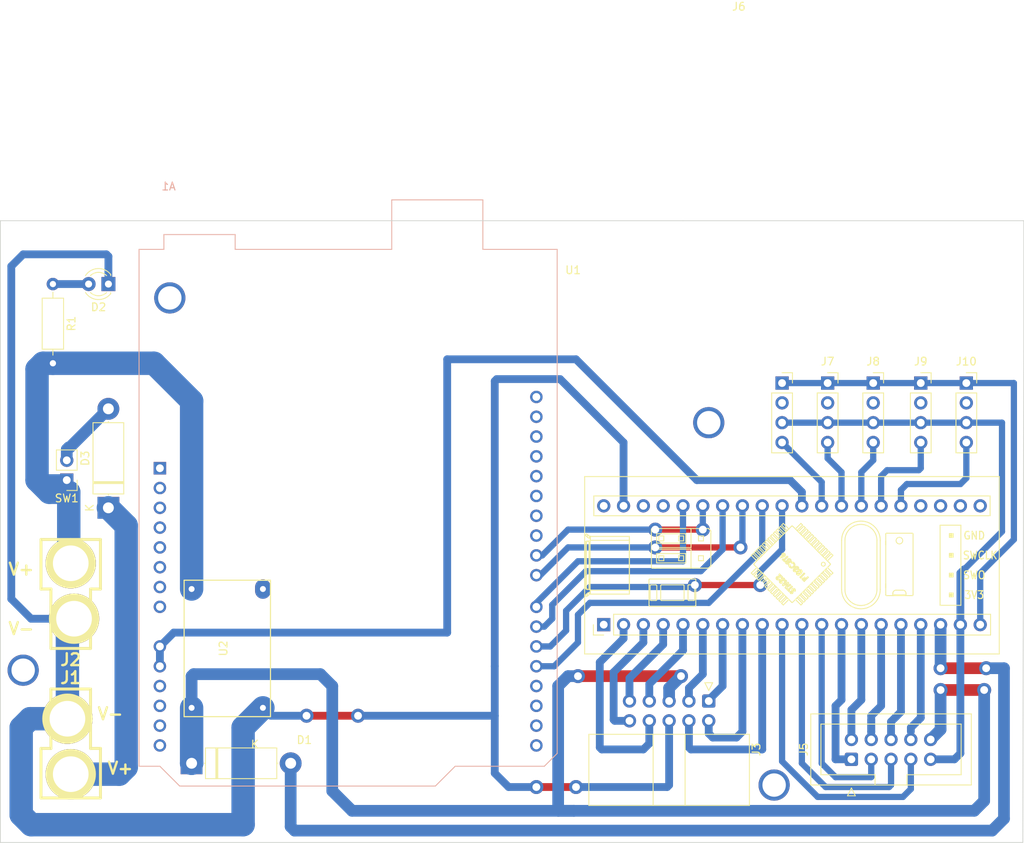
<source format=kicad_pcb>
(kicad_pcb (version 20221018) (generator pcbnew)
  (layers (0 "F.Cu" signal) (31 "B.Cu" signal) (34 "B.Paste" user) (35 "F.Paste" user) (36 "B.SilkS" user "B.Silkscreen") (37 "F.SilkS" user "F.Silkscreen") (38 "B.Mask" user) (39 "F.Mask" user) (44 "Edge.Cuts" user))
  (net 0 "")
  (net 9 "/EN1")
  (net 10 "/C1")
  (net 11 "/C2")
  (net 18 "/INB1")
  (net 19 "/PWM1")
  (net 20 "/PWM2")
  (net 21 "/INA1")
  (net 22 "/INA2")
  (net 23 "/INB2")
  (net 32 "/5v")
  (net 33 "GND")
  (net 34 "Net-(D1-K)")
  (net 35 "/VCC")
  (net 36 "Net-(D2-A)")
  (net 37 "/VIN")
  (net 38 "/S2")
  (net 39 "/S3")
  (net 40 "/S1")
  (net 41 "/S4")
  (net 42 "/S5")
  (net 43 "/S8")
  (net 44 "/S6")
  (net 45 "/S7")
  (net 46 "/B1")
  (net 47 "/L1")
  (net 48 "/B2")
  (net 49 "/L2")
  (net 50 "/B3")
  (net 51 "/L3")
  (net 52 "/B4")
  (net 53 "/L4")
  (net 54 "/3,3v")
  (net 55 "Net-(D3-K)")
  (net 56 "/P1")
  (net 57 "/P2")
  (net 59 "/P3")
  (net 61 "/P4")
  (net 62 "/P5")
  (footprint "Connector_PinHeader_2.54mm:PinHeader_1x02_P2.54mm_Vertical" (layer "F.Cu") (at 57.15 76.962 180)
    (fp_text reference "SW1" (at 0 -2.33) (layer "F.SilkS"))
    (fp_text value "SW_DPDT_x2")
    (pad "1" thru_hole rect (at 0 0 180) (size 1.7 1.7) (drill 1) (layers "*.Cu" "*.Mask") (net 37 "/VIN"))
    (pad "2" thru_hole oval (at 0 2.54 180) (size 1.7 1.7) (drill 1) (layers "*.Cu" "*.Mask") (net 55 "Net-(D3-K)"))
  )
  (footprint "Diode_THT:D_5W_P12.70mm_Horizontal" (layer "F.Cu") (at 62.484 80.518 90)
    (fp_text reference "D3" (at 6.35 -2.97 90) (layer "F.SilkS"))
    (fp_text value "type=\"D\" model=\"DIODE\" lib=\"\"")
    (fp_text user "K" (at 0 -2.4 90) (layer "F.SilkS"))
    (pad "1" thru_hole rect (at 0 0 90) (size 2.8 2.8) (drill 1.4) (layers "*.Cu" "*.Mask") (net 35 "/VCC"))
    (pad "2" thru_hole oval (at 12.7 0 90) (size 2.8 2.8) (drill 1.4) (layers "*.Cu" "*.Mask") (net 55 "Net-(D3-K)"))
  )
  (footprint "" (layer "F.Cu") (at 139.446 69.596)
    (fp_text reference "" (at 0 0) (layer "F.SilkS") (effects (font (size 1.27 1.27))))
    (fp_text value "" (at 0 0) (layer "F.SilkS") (effects (font (size 1.27 1.27))))
    (pad "1" thru_hole circle (at 0 0) (size 4 4) (drill 3) (layers "*.Cu" "*.Mask"))
  )
  (footprint "Connector_IDC:IDC-Header_2x05_P2.54mm_Vertical" (layer "F.Cu") (at 157.734 112.776 90)
    (fp_text reference "J5" (at 1.27 -6.1 90) (layer "F.SilkS"))
    (fp_text value "Control Botones")
    (pad "1" thru_hole roundrect (at 0 0 90) (size 1.7 1.7) (drill 1) (layers "*.Cu" "*.Mask") (roundrect_rratio 0.147059) (net 46 "/B1"))
    (pad "2" thru_hole circle (at 2.54 0 90) (size 1.7 1.7) (drill 1) (layers "*.Cu" "*.Mask") (net 47 "/L1"))
    (pad "3" thru_hole circle (at 0 2.54 90) (size 1.7 1.7) (drill 1) (layers "*.Cu" "*.Mask") (net 48 "/B2"))
    (pad "4" thru_hole circle (at 2.54 2.54 90) (size 1.7 1.7) (drill 1) (layers "*.Cu" "*.Mask") (net 49 "/L2"))
    (pad "5" thru_hole circle (at 0 5.08 90) (size 1.7 1.7) (drill 1) (layers "*.Cu" "*.Mask") (net 50 "/B3"))
    (pad "6" thru_hole circle (at 2.54 5.08 90) (size 1.7 1.7) (drill 1) (layers "*.Cu" "*.Mask") (net 51 "/L3"))
    (pad "7" thru_hole circle (at 0 7.62 90) (size 1.7 1.7) (drill 1) (layers "*.Cu" "*.Mask") (net 52 "/B4"))
    (pad "8" thru_hole circle (at 2.54 7.62 90) (size 1.7 1.7) (drill 1) (layers "*.Cu" "*.Mask") (net 53 "/L4"))
    (pad "9" thru_hole circle (at 0 10.16 90) (size 1.7 1.7) (drill 1) (layers "*.Cu" "*.Mask") (net 33 "GND"))
    (pad "10" thru_hole circle (at 2.54 10.16 90) (size 1.7 1.7) (drill 1) (layers "*.Cu" "*.Mask") (net 32 "/5v"))
  )
  (footprint "Diode_THT:D_5W_P12.70mm_Horizontal" (layer "F.Cu") (at 73.152 113.284)
    (fp_text reference "D1" (at 14.4526 -2.98778) (layer "F.SilkS"))
    (fp_text value "type=\"D\" model=\"DIODE\" lib=\"\"")
    (fp_text user "K" (at 8.1026 -2.41778) (layer "F.SilkS"))
    (pad "1" thru_hole rect (at 0 0) (size 2.8 2.8) (drill 1.4) (layers "*.Cu" "*.Mask") (net 32 "/5v"))
    (pad "2" thru_hole oval (at 12.7 0) (size 2.8 2.8) (drill 1.4) (layers "*.Cu" "*.Mask") (net 34 "Net-(D1-K)"))
  )
  (footprint "Connector_IDC:IDC-Header_2x05_P2.54mm_Horizontal" (layer "F.Cu") (at 139.446 105.3005 -90)
    (fp_text reference "J3" (at 6.215 -6.1 90) (layer "F.SilkS"))
    (fp_text value "Control Sensores")
    (pad "1" thru_hole roundrect (at 0 0 270) (size 1.7 1.7) (drill 1) (layers "*.Cu" "*.Mask") (roundrect_rratio 0.147059) (net 41 "/S4"))
    (pad "2" thru_hole circle (at 2.54 0 270) (size 1.7 1.7) (drill 1) (layers "*.Cu" "*.Mask") (net 43 "/S8"))
    (pad "3" thru_hole circle (at 0 2.54 270) (size 1.7 1.7) (drill 1) (layers "*.Cu" "*.Mask") (net 39 "/S3"))
    (pad "4" thru_hole circle (at 2.54 2.54 270) (size 1.7 1.7) (drill 1) (layers "*.Cu" "*.Mask") (net 45 "/S7"))
    (pad "5" thru_hole circle (at 0 5.08 270) (size 1.7 1.7) (drill 1) (layers "*.Cu" "*.Mask") (net 32 "/5v"))
    (pad "6" thru_hole circle (at 2.54 5.08 270) (size 1.7 1.7) (drill 1) (layers "*.Cu" "*.Mask") (net 33 "GND"))
    (pad "7" thru_hole circle (at 0 7.62 270) (size 1.7 1.7) (drill 1) (layers "*.Cu" "*.Mask") (net 38 "/S2"))
    (pad "8" thru_hole circle (at 2.54 7.62 270) (size 1.7 1.7) (drill 1) (layers "*.Cu" "*.Mask") (net 44 "/S6"))
    (pad "9" thru_hole circle (at 0 10.16 270) (size 1.7 1.7) (drill 1) (layers "*.Cu" "*.Mask") (net 40 "/S1"))
    (pad "10" thru_hole circle (at 2.54 10.16 270) (size 1.7 1.7) (drill 1) (layers "*.Cu" "*.Mask") (net 42 "/S5"))
  )
  (footprint "Connector_PinSocket_2.54mm:PinSocket_1x04_P2.54mm_Vertical" (layer "F.Cu") (at 148.844 64.516)
    (fp_text reference "J6" (at -5.5372 -48.2868) (layer "F.SilkS"))
    (fp_text value "Conn_01x04_Male")
    (pad "1" thru_hole rect (at 0 0) (size 1.7 1.7) (drill 1) (layers "*.Cu" "*.Mask") (net 54 "/3,3v"))
    (pad "2" thru_hole oval (at 0 2.54) (size 1.7 1.7) (drill 1) (layers "*.Cu" "*.Mask"))
    (pad "3" thru_hole oval (at 0 5.08) (size 1.7 1.7) (drill 1) (layers "*.Cu" "*.Mask") (net 33 "GND"))
    (pad "4" thru_hole oval (at 0 7.62) (size 1.7 1.7) (drill 1) (layers "*.Cu" "*.Mask") (net 56 "/P1"))
  )
  (footprint "Footprints:YAAJ_BluePill_1" (layer "F.Cu") (at 125.984 95.504 90)
    (fp_text reference "U1" (at 45.4752 -3.9286 180) (layer "F.SilkS"))
    (fp_text value "YAAJ_BluePill_Part_Like_SWD_Breakout" hide)
    (fp_text user "GND" (at 11.43 47.498 unlocked) (layer "F.SilkS") (effects (font (size 1 0.9))))
    (fp_text user "SWO" (at 6.35 47.498 unlocked) (layer "F.SilkS") (effects (font (size 1 0.9))))
    (fp_text user "3V3" (at 3.81 47.498 unlocked) (layer "F.SilkS") (effects (font (size 1 0.9))))
    (fp_text user "SWCLK" (at 8.89 48.26 unlocked) (layer "F.SilkS") (effects (font (size 1 0.9))))
    (pad "1" thru_hole rect (at 0 0 90) (size 1.7 1.7) (drill 1) (layers "*.Cu" "*.Mask"))
    (pad "2" thru_hole circle (at 0 2.54 90) (size 1.7 1.7) (drill 1) (layers "*.Cu" "*.Mask") (net 44 "/S6"))
    (pad "3" thru_hole circle (at 0 5.08 90) (size 1.7 1.7) (drill 1) (layers "*.Cu" "*.Mask") (net 42 "/S5"))
    (pad "4" thru_hole circle (at 0 7.62 90) (size 1.7 1.7) (drill 1) (layers "*.Cu" "*.Mask") (net 40 "/S1"))
    (pad "5" thru_hole circle (at 0 10.16 90) (size 1.7 1.7) (drill 1) (layers "*.Cu" "*.Mask") (net 38 "/S2"))
    (pad "6" thru_hole circle (at 0 12.7 90) (size 1.7 1.7) (drill 1) (layers "*.Cu" "*.Mask") (net 39 "/S3"))
    (pad "7" thru_hole circle (at 0 15.24 90) (size 1.7 1.7) (drill 1) (layers "*.Cu" "*.Mask") (net 41 "/S4"))
    (pad "8" thru_hole circle (at 0 17.78 90) (size 1.7 1.7) (drill 1) (layers "*.Cu" "*.Mask") (net 43 "/S8"))
    (pad "9" thru_hole circle (at 0 20.32 90) (size 1.7 1.7) (drill 1) (layers "*.Cu" "*.Mask") (net 45 "/S7"))
    (pad "10" thru_hole circle (at 0 22.86 90) (size 1.7 1.7) (drill 1) (layers "*.Cu" "*.Mask") (net 52 "/B4"))
    (pad "11" thru_hole circle (at 0 25.4 90) (size 1.7 1.7) (drill 1) (layers "*.Cu" "*.Mask") (net 50 "/B3"))
    (pad "12" thru_hole circle (at 0 27.94 90) (size 1.7 1.7) (drill 1) (layers "*.Cu" "*.Mask") (net 48 "/B2"))
    (pad "13" thru_hole circle (at 0 30.48 90) (size 1.7 1.7) (drill 1) (layers "*.Cu" "*.Mask") (net 46 "/B1"))
    (pad "14" thru_hole circle (at 0 33.02 90) (size 1.7 1.7) (drill 1) (layers "*.Cu" "*.Mask") (net 47 "/L1"))
    (pad "15" thru_hole circle (at 0 35.56 90) (size 1.7 1.7) (drill 1) (layers "*.Cu" "*.Mask") (net 49 "/L2"))
    (pad "16" thru_hole circle (at 0 38.1 90) (size 1.7 1.7) (drill 1) (layers "*.Cu" "*.Mask") (net 51 "/L3"))
    (pad "17" thru_hole circle (at 0 40.64 90) (size 1.7 1.7) (drill 1) (layers "*.Cu" "*.Mask") (net 53 "/L4"))
    (pad "18" thru_hole circle (at 0 43.18 90) (size 1.7 1.7) (drill 1) (layers "*.Cu" "*.Mask") (net 34 "Net-(D1-K)"))
    (pad "19" thru_hole circle (at 0 45.72 90) (size 1.7 1.7) (drill 1) (layers "*.Cu" "*.Mask") (net 33 "GND"))
    (pad "20" thru_hole circle (at 0 48.26 90) (size 1.7 1.7) (drill 1) (layers "*.Cu" "*.Mask") (net 54 "/3,3v"))
    (pad "21" thru_hole circle (at 15.24 48.26 90) (size 1.7 1.7) (drill 1) (layers "*.Cu" "*.Mask"))
    (pad "22" thru_hole circle (at 15.24 45.72 90) (size 1.7 1.7) (drill 1) (layers "*.Cu" "*.Mask"))
    (pad "23" thru_hole circle (at 15.24 43.18 90) (size 1.7 1.7) (drill 1) (layers "*.Cu" "*.Mask"))
    (pad "24" thru_hole circle (at 15.24 40.64 90) (size 1.7 1.7) (drill 1) (layers "*.Cu" "*.Mask"))
    (pad "25" thru_hole circle (at 15.24 38.1 90) (size 1.7 1.7) (drill 1) (layers "*.Cu" "*.Mask") (net 62 "/P5"))
    (pad "26" thru_hole circle (at 15.24 35.56 90) (size 1.7 1.7) (drill 1) (layers "*.Cu" "*.Mask") (net 61 "/P4"))
    (pad "27" thru_hole circle (at 15.24 33.02 90) (size 1.7 1.7) (drill 1) (layers "*.Cu" "*.Mask") (net 59 "/P3"))
    (pad "28" thru_hole circle (at 15.24 30.48 90) (size 1.7 1.7) (drill 1) (layers "*.Cu" "*.Mask") (net 57 "/P2"))
    (pad "29" thru_hole circle (at 15.24 27.94 90) (size 1.7 1.7) (drill 1) (layers "*.Cu" "*.Mask") (net 56 "/P1"))
    (pad "30" thru_hole circle (at 15.24 25.4 90) (size 1.7 1.7) (drill 1) (layers "*.Cu" "*.Mask") (net 9 "/EN1"))
    (pad "31" thru_hole circle (at 15.24 22.86 90) (size 1.7 1.7) (drill 1) (layers "*.Cu" "*.Mask") (net 19 "/PWM1"))
    (pad "32" thru_hole circle (at 15.24 20.32 90) (size 1.7 1.7) (drill 1) (layers "*.Cu" "*.Mask") (net 18 "/INB1"))
    (pad "33" thru_hole circle (at 15.24 17.78 90) (size 1.7 1.7) (drill 1) (layers "*.Cu" "*.Mask") (net 22 "/INA2"))
    (pad "34" thru_hole circle (at 15.24 15.24 90) (size 1.7 1.7) (drill 1) (layers "*.Cu" "*.Mask") (net 20 "/PWM2"))
    (pad "35" thru_hole circle (at 15.24 12.7 90) (size 1.7 1.7) (drill 1) (layers "*.Cu" "*.Mask") (net 23 "/INB2"))
    (pad "36" thru_hole circle (at 15.24 10.16 90) (size 1.7 1.7) (drill 1) (layers "*.Cu" "*.Mask") (net 21 "/INA1"))
    (pad "37" thru_hole circle (at 15.24 7.62 90) (size 1.7 1.7) (drill 1) (layers "*.Cu" "*.Mask"))
    (pad "38" thru_hole circle (at 15.24 5.08 90) (size 1.7 1.7) (drill 1) (layers "*.Cu" "*.Mask") (net 54 "/3,3v"))
    (pad "39" thru_hole circle (at 15.24 2.54 90) (size 1.7 1.7) (drill 1) (layers "*.Cu" "*.Mask") (net 33 "GND"))
    (pad "40" thru_hole circle (at 15.24 0 90) (size 1.7 1.7) (drill 1) (layers "*.Cu" "*.Mask") (net 33 "GND"))
  )
  (footprint "Connector_PinSocket_2.54mm:PinSocket_1x04_P2.54mm_Vertical" (layer "F.Cu") (at 154.686 64.516)
    (fp_text reference "J7" (at 0 -2.77) (layer "F.SilkS"))
    (fp_text value "Conn_01x04_Male")
    (pad "1" thru_hole rect (at 0 0) (size 1.7 1.7) (drill 1) (layers "*.Cu" "*.Mask") (net 54 "/3,3v"))
    (pad "2" thru_hole oval (at 0 2.54) (size 1.7 1.7) (drill 1) (layers "*.Cu" "*.Mask"))
    (pad "3" thru_hole oval (at 0 5.08) (size 1.7 1.7) (drill 1) (layers "*.Cu" "*.Mask") (net 33 "GND"))
    (pad "4" thru_hole oval (at 0 7.62) (size 1.7 1.7) (drill 1) (layers "*.Cu" "*.Mask") (net 57 "/P2"))
  )
  (footprint "Connector_PinSocket_2.54mm:PinSocket_1x04_P2.54mm_Vertical" (layer "F.Cu") (at 160.528 64.516)
    (fp_text reference "J8" (at 0 -2.77) (layer "F.SilkS"))
    (fp_text value "Conn_01x04_Male")
    (pad "1" thru_hole rect (at 0 0) (size 1.7 1.7) (drill 1) (layers "*.Cu" "*.Mask") (net 54 "/3,3v"))
    (pad "2" thru_hole oval (at 0 2.54) (size 1.7 1.7) (drill 1) (layers "*.Cu" "*.Mask"))
    (pad "3" thru_hole oval (at 0 5.08) (size 1.7 1.7) (drill 1) (layers "*.Cu" "*.Mask") (net 33 "GND"))
    (pad "4" thru_hole oval (at 0 7.62) (size 1.7 1.7) (drill 1) (layers "*.Cu" "*.Mask") (net 59 "/P3"))
  )
  (footprint "Connectors:DEANS" (layer "F.Cu") (at 57.658 92.202)
    (fp_text reference "J2" (at 0 7.8) (layer "F.SilkS") (effects (font (size 1.524 1.524) (thickness 0.3048))))
    (fp_text value "MOTORES" hide)
    (fp_text user "V+" (at -6.35 -3.81) (layer "F.SilkS") (effects (font (size 1.524 1.524) (thickness 0.3048))))
    (fp_text user "V-" (at -6.35 3.81) (layer "F.SilkS") (effects (font (size 1.524 1.524) (thickness 0.3048))))
    (pad "1" thru_hole circle (at 0 -4.572) (size 6.4516 6.4516) (drill 4.572) (layers "*.Cu" "*.Mask" "F.SilkS") (net 37 "/VIN"))
    (pad "2" thru_hole circle (at 0.42418 2.54) (size 6.4516 6.4516) (drill 4.572) (layers "*.Cu" "*.Mask" "F.SilkS") (net 33 "GND"))
  )
  (footprint "" (layer "F.Cu") (at 51.562 101.346)
    (fp_text reference "" (at 0 0) (layer "F.SilkS") (effects (font (size 1.27 1.27))))
    (fp_text value "" (at 0 0) (layer "F.SilkS") (effects (font (size 1.27 1.27))))
    (pad "1" thru_hole circle (at 0 0) (size 4 4) (drill 3) (layers "*.Cu" "*.Mask"))
  )
  (footprint "Mini360_step-down:Mini360_step-down" (layer "F.Cu") (at 77.724 98.552 -90)
    (fp_text reference "U2" (at 0 0.5 90) (layer "F.SilkS"))
    (fp_text value "Mini360")
    (pad "1" thru_hole oval (at -7.62 -4.57 270) (size 2.5 2) (drill 0.762) (layers "*.Cu" "*.Mask") (net 33 "GND"))
    (pad "2" thru_hole oval (at -7.62 4.57 270) (size 2.5 2) (drill 0.762) (layers "*.Cu" "*.Mask") (net 37 "/VIN"))
    (pad "3" thru_hole oval (at 7.62 -4.57 270) (size 2.5 2) (drill 0.762) (layers "*.Cu" "*.Mask") (net 33 "GND"))
    (pad "4" thru_hole oval (at 7.62 4.57 270) (size 2.5 2) (drill 0.762) (layers "*.Cu" "*.Mask") (net 32 "/5v"))
  )
  (footprint "Resistor_THT:R_Axial_DIN0207_L6.3mm_D2.5mm_P10.16mm_Horizontal" (layer "F.Cu") (at 55.372 51.816 -90)
    (fp_text reference "R1" (at 5.08 -2.37 90) (layer "F.SilkS"))
    (fp_text value "R")
    (pad "1" thru_hole circle (at 0 0 270) (size 1.6 1.6) (drill 0.8) (layers "*.Cu" "*.Mask") (net 36 "Net-(D2-A)"))
    (pad "2" thru_hole oval (at 10.16 0 270) (size 1.6 1.6) (drill 0.8) (layers "*.Cu" "*.Mask") (net 37 "/VIN"))
  )
  (footprint "Connector_PinSocket_2.54mm:PinSocket_1x04_P2.54mm_Vertical" (layer "F.Cu") (at 172.466 64.516)
    (fp_text reference "J10" (at 0 -2.77) (layer "F.SilkS"))
    (fp_text value "Conn_01x04_Male")
    (pad "1" thru_hole rect (at 0 0) (size 1.7 1.7) (drill 1) (layers "*.Cu" "*.Mask") (net 54 "/3,3v"))
    (pad "2" thru_hole oval (at 0 2.54) (size 1.7 1.7) (drill 1) (layers "*.Cu" "*.Mask"))
    (pad "3" thru_hole oval (at 0 5.08) (size 1.7 1.7) (drill 1) (layers "*.Cu" "*.Mask") (net 33 "GND"))
    (pad "4" thru_hole oval (at 0 7.62) (size 1.7 1.7) (drill 1) (layers "*.Cu" "*.Mask") (net 62 "/P5"))
  )
  (footprint "" (layer "F.Cu") (at 70.358 53.594)
    (fp_text reference "" (at 0 0) (layer "F.SilkS") (effects (font (size 1.27 1.27))))
    (fp_text value "" (at 0 0) (layer "F.SilkS") (effects (font (size 1.27 1.27))))
    (pad "1" thru_hole circle (at 0 0) (size 4 4) (drill 3) (layers "*.Cu" "*.Mask"))
  )
  (footprint "" (layer "F.Cu") (at 147.828 116.078)
    (fp_text reference "" (at 0 0) (layer "F.SilkS") (effects (font (size 1.27 1.27))))
    (fp_text value "" (at 0 0) (layer "F.SilkS") (effects (font (size 1.27 1.27))))
    (pad "1" thru_hole circle (at 0 0) (size 4 4) (drill 3) (layers "*.Cu" "*.Mask"))
  )
  (footprint "Connector_PinSocket_2.54mm:PinSocket_1x04_P2.54mm_Vertical" (layer "F.Cu") (at 166.624 64.516)
    (fp_text reference "J9" (at 0 -2.77) (layer "F.SilkS"))
    (fp_text value "Conn_01x04_Male")
    (pad "1" thru_hole rect (at 0 0) (size 1.7 1.7) (drill 1) (layers "*.Cu" "*.Mask") (net 54 "/3,3v"))
    (pad "2" thru_hole oval (at 0 2.54) (size 1.7 1.7) (drill 1) (layers "*.Cu" "*.Mask"))
    (pad "3" thru_hole oval (at 0 5.08) (size 1.7 1.7) (drill 1) (layers "*.Cu" "*.Mask") (net 33 "GND"))
    (pad "4" thru_hole oval (at 0 7.62) (size 1.7 1.7) (drill 1) (layers "*.Cu" "*.Mask") (net 61 "/P4"))
  )
  (footprint "Connectors:DEANS" (layer "F.Cu") (at 57.658 110.109 180)
    (fp_text reference "J1" (at 0 7.8) (layer "F.SilkS") (effects (font (size 1.524 1.524) (thickness 0.3048))))
    (fp_text value "BATERIA1" hide)
    (fp_text user "V-" (at -5.08 3.175) (layer "F.SilkS") (effects (font (size 1.524 1.524) (thickness 0.3048))))
    (fp_text user "V+" (at -6.35 -3.81) (layer "F.SilkS") (effects (font (size 1.524 1.524) (thickness 0.3048))))
    (pad "1" thru_hole circle (at 0 -4.572 180) (size 6.4516 6.4516) (drill 4.572) (layers "*.Cu" "*.Mask" "F.SilkS") (net 35 "/VCC"))
    (pad "2" thru_hole circle (at 0.42418 2.54 180) (size 6.4516 6.4516) (drill 4.572) (layers "*.Cu" "*.Mask" "F.SilkS") (net 33 "GND"))
  )
  (footprint "LED_THT:LED_D3.0mm" (layer "F.Cu") (at 62.489 51.816 180)
    (fp_text reference "D2" (at 1.27 -2.96) (layer "F.SilkS"))
    (fp_text value "LED")
    (pad "1" thru_hole rect (at 0 0 180) (size 1.8 1.8) (drill 0.9) (layers "*.Cu" "*.Mask") (net 33 "GND"))
    (pad "2" thru_hole circle (at 2.54 0 180) (size 1.8 1.8) (drill 0.9) (layers "*.Cu" "*.Mask") (net 36 "Net-(D2-A)"))
  )
  (footprint "Module:Arduino_UNO_R3" (layer "B.Cu") (at 69.088 75.438 -90)
    (fp_text reference "A1" (at -36.1442 -1.1176) (layer "B.SilkS") (effects (justify mirror)))
    (fp_text value "Arduino_UNO_R3")
    (pad "1" thru_hole rect (at 0 0 180) (size 1.6 1.6) (drill 1) (layers "*.Cu" "*.Mask"))
    (pad "2" thru_hole oval (at 2.54 0 180) (size 1.6 1.6) (drill 1) (layers "*.Cu" "*.Mask"))
    (pad "3" thru_hole oval (at 5.08 0 180) (size 1.6 1.6) (drill 1) (layers "*.Cu" "*.Mask"))
    (pad "4" thru_hole oval (at 7.62 0 180) (size 1.6 1.6) (drill 1) (layers "*.Cu" "*.Mask"))
    (pad "5" thru_hole oval (at 10.16 0 180) (size 1.6 1.6) (drill 1) (layers "*.Cu" "*.Mask"))
    (pad "6" thru_hole oval (at 12.7 0 180) (size 1.6 1.6) (drill 1) (layers "*.Cu" "*.Mask"))
    (pad "7" thru_hole oval (at 15.24 0 180) (size 1.6 1.6) (drill 1) (layers "*.Cu" "*.Mask"))
    (pad "8" thru_hole oval (at 17.78 0 180) (size 1.6 1.6) (drill 1) (layers "*.Cu" "*.Mask"))
    (pad "9" thru_hole oval (at 22.86 0 180) (size 1.6 1.6) (drill 1) (layers "*.Cu" "*.Mask") (net 9 "/EN1"))
    (pad "10" thru_hole oval (at 25.4 0 180) (size 1.6 1.6) (drill 1) (layers "*.Cu" "*.Mask") (net 9 "/EN1"))
    (pad "11" thru_hole oval (at 27.94 0 180) (size 1.6 1.6) (drill 1) (layers "*.Cu" "*.Mask") (net 10 "/C1"))
    (pad "12" thru_hole oval (at 30.48 0 180) (size 1.6 1.6) (drill 1) (layers "*.Cu" "*.Mask") (net 11 "/C2"))
    (pad "13" thru_hole oval (at 33.02 0 180) (size 1.6 1.6) (drill 1) (layers "*.Cu" "*.Mask"))
    (pad "14" thru_hole oval (at 35.56 0 180) (size 1.6 1.6) (drill 1) (layers "*.Cu" "*.Mask"))
    (pad "15" thru_hole oval (at 35.56 -48.26 180) (size 1.6 1.6) (drill 1) (layers "*.Cu" "*.Mask"))
    (pad "16" thru_hole oval (at 33.02 -48.26 180) (size 1.6 1.6) (drill 1) (layers "*.Cu" "*.Mask"))
    (pad "17" thru_hole oval (at 30.48 -48.26 180) (size 1.6 1.6) (drill 1) (layers "*.Cu" "*.Mask"))
    (pad "18" thru_hole oval (at 27.94 -48.26 180) (size 1.6 1.6) (drill 1) (layers "*.Cu" "*.Mask"))
    (pad "19" thru_hole oval (at 25.4 -48.26 180) (size 1.6 1.6) (drill 1) (layers "*.Cu" "*.Mask") (net 18 "/INB1"))
    (pad "20" thru_hole oval (at 22.86 -48.26 180) (size 1.6 1.6) (drill 1) (layers "*.Cu" "*.Mask") (net 19 "/PWM1"))
    (pad "21" thru_hole oval (at 20.32 -48.26 180) (size 1.6 1.6) (drill 1) (layers "*.Cu" "*.Mask") (net 20 "/PWM2"))
    (pad "22" thru_hole oval (at 17.78 -48.26 180) (size 1.6 1.6) (drill 1) (layers "*.Cu" "*.Mask") (net 21 "/INA1"))
    (pad "23" thru_hole oval (at 13.72 -48.26 180) (size 1.6 1.6) (drill 1) (layers "*.Cu" "*.Mask") (net 22 "/INA2"))
    (pad "24" thru_hole oval (at 11.18 -48.26 180) (size 1.6 1.6) (drill 1) (layers "*.Cu" "*.Mask") (net 23 "/INB2"))
    (pad "25" thru_hole oval (at 8.64 -48.26 180) (size 1.6 1.6) (drill 1) (layers "*.Cu" "*.Mask"))
    (pad "26" thru_hole oval (at 6.1 -48.26 180) (size 1.6 1.6) (drill 1) (layers "*.Cu" "*.Mask"))
    (pad "27" thru_hole oval (at 3.56 -48.26 180) (size 1.6 1.6) (drill 1) (layers "*.Cu" "*.Mask"))
    (pad "28" thru_hole oval (at 1.02 -48.26 180) (size 1.6 1.6) (drill 1) (layers "*.Cu" "*.Mask"))
    (pad "29" thru_hole oval (at -1.52 -48.26 180) (size 1.6 1.6) (drill 1) (layers "*.Cu" "*.Mask"))
    (pad "30" thru_hole oval (at -4.06 -48.26 180) (size 1.6 1.6) (drill 1) (layers "*.Cu" "*.Mask"))
    (pad "31" thru_hole oval (at -6.6 -48.26 180) (size 1.6 1.6) (drill 1) (layers "*.Cu" "*.Mask"))
    (pad "32" thru_hole oval (at -9.14 -48.26 180) (size 1.6 1.6) (drill 1) (layers "*.Cu" "*.Mask"))
  )
  (gr_line (start 179.705 123.444) (end 48.641 123.444) (stroke (width 0.1)) (layer "Edge.Cuts"))
  (gr_line (start 179.832 60.452) (end 179.832 43.688) (stroke (width 0.1)) (layer "Edge.Cuts"))
  (gr_line (start 179.832 60.452) (end 179.705 123.444) (stroke (width 0.1)) (layer "Edge.Cuts"))
  (gr_line (start 48.641 43.688) (end 136.144 43.688) (stroke (width 0.1)) (layer "Edge.Cuts"))
  (gr_line (start 136.144 43.688) (end 179.832 43.688) (stroke (width 0.1)) (layer "Edge.Cuts"))
  (gr_line (start 48.641 123.444) (end 48.641 43.688) (stroke (width 0.1)) (layer "Edge.Cuts"))
  (segment (start 105.918 61.468) (end 122.428 61.468) (width 1) (layer "B.Cu") (net 9))
  (segment (start 122.428 61.468) (end 137.922 76.962) (width 1) (layer "B.Cu") (net 9))
  (segment (start 137.922 76.962) (end 149.86 76.962) (width 1) (layer "B.Cu") (net 9))
  (segment (start 105.918 96.52) (end 105.918 61.468) (width 1) (layer "B.Cu") (net 9))
  (segment (start 69.088 98.298) (end 70.866 96.52) (width 1) (layer "B.Cu") (net 9))
  (segment (start 151.384 78.486) (end 151.384 80.264) (width 1) (layer "B.Cu") (net 9))
  (segment (start 149.86 76.962) (end 151.384 78.486) (width 1) (layer "B.Cu") (net 9))
  (segment (start 69.088 100.838) (end 69.088 98.298) (width 1) (layer "B.Cu") (net 9))
  (segment (start 70.866 96.52) (end 105.918 96.52) (width 1) (layer "B.Cu") (net 9))
  (segment (start 124.206 92.71) (end 139.446 92.71) (width 0.8) (layer "B.Cu") (net 18))
  (segment (start 119.634 100.838) (end 122.682 97.79) (width 0.8) (layer "B.Cu") (net 18))
  (segment (start 117.348 100.838) (end 119.634 100.838) (width 0.8) (layer "B.Cu") (net 18))
  (segment (start 139.446 92.71) (end 146.304 85.852) (width 0.8) (layer "B.Cu") (net 18))
  (segment (start 146.304 85.852) (end 146.304 80.264) (width 0.8) (layer "B.Cu") (net 18))
  (segment (start 122.682 97.79) (end 122.682 94.234) (width 0.8) (layer "B.Cu") (net 18))
  (segment (start 122.682 94.234) (end 124.206 92.71) (width 0.8) (layer "B.Cu") (net 18))
  (segment (start 137.668 90.424) (end 146.05 90.424) (width 0.8) (layer "F.Cu") (net 19))
  (via (at 137.668 90.424) (size 1.8) (drill 1) (layers "F.Cu" "B.Cu") (net 19))
  (via (at 146.05 90.424) (size 1.8) (drill 1) (layers "F.Cu" "B.Cu") (net 19))
  (segment (start 146.05 88.646) (end 148.844 85.852) (width 0.8) (layer "B.Cu") (net 19))
  (segment (start 121.158 96.266) (end 119.126 98.298) (width 0.8) (layer "B.Cu") (net 19))
  (segment (start 137.414 90.678) (end 124.206 90.678) (width 0.8) (layer "B.Cu") (net 19))
  (segment (start 146.05 90.424) (end 146.05 88.646) (width 0.8) (layer "B.Cu") (net 19))
  (segment (start 121.158 93.726) (end 121.158 96.266) (width 0.8) (layer "B.Cu") (net 19))
  (segment (start 124.206 90.678) (end 121.158 93.726) (width 0.8) (layer "B.Cu") (net 19))
  (segment (start 137.668 90.424) (end 137.414 90.678) (width 0.8) (layer "B.Cu") (net 19))
  (segment (start 119.126 98.298) (end 117.348 98.298) (width 0.8) (layer "B.Cu") (net 19))
  (segment (start 148.844 85.852) (end 148.844 80.264) (width 0.8) (layer "B.Cu") (net 19))
  (segment (start 119.38 94.742) (end 119.38 92.964) (width 0.8) (layer "B.Cu") (net 20))
  (segment (start 118.364 95.758) (end 119.38 94.742) (width 0.8) (layer "B.Cu") (net 20))
  (segment (start 119.38 92.964) (end 123.698 88.646) (width 0.8) (layer "B.Cu") (net 20))
  (segment (start 123.698 88.646) (end 138.43 88.646) (width 0.8) (layer "B.Cu") (net 20))
  (segment (start 141.224 85.852) (end 141.224 80.264) (width 0.8) (layer "B.Cu") (net 20))
  (segment (start 117.348 95.758) (end 118.364 95.758) (width 0.8) (layer "B.Cu") (net 20))
  (segment (start 138.43 88.646) (end 141.224 85.852) (width 0.8) (layer "B.Cu") (net 20))
  (segment (start 117.348 93.218) (end 117.348 92.71) (width 0.8) (layer "B.Cu") (net 21))
  (segment (start 136.144 87.376) (end 136.144 80.264) (width 0.8) (layer "B.Cu") (net 21))
  (segment (start 122.682 87.376) (end 136.144 87.376) (width 0.8) (layer "B.Cu") (net 21))
  (segment (start 117.348 92.71) (end 122.682 87.376) (width 0.8) (layer "B.Cu") (net 21))
  (segment (start 143.51 85.598) (end 132.588 85.598) (width 0.8) (layer "F.Cu") (net 22))
  (via (at 132.588 85.598) (size 1.8) (drill 1) (layers "F.Cu" "B.Cu") (net 22))
  (via (at 143.51 85.598) (size 1.8) (drill 1) (layers "F.Cu" "B.Cu") (net 22))
  (segment (start 117.852 89.158) (end 117.348 89.158) (width 0.8) (layer "B.Cu") (net 22))
  (segment (start 143.764 85.344) (end 143.764 80.264) (width 0.8) (layer "B.Cu") (net 22))
  (segment (start 143.51 85.598) (end 143.764 85.344) (width 0.8) (layer "B.Cu") (net 22))
  (segment (start 121.412 85.598) (end 117.852 89.158) (width 0.8) (layer "B.Cu") (net 22))
  (segment (start 132.588 85.598) (end 121.412 85.598) (width 0.8) (layer "B.Cu") (net 22))
  (segment (start 138.684 83.312) (end 132.588 83.312) (width 0.8) (layer "F.Cu") (net 23))
  (via (at 132.588 83.312) (size 1.8) (drill 1) (layers "F.Cu" "B.Cu") (net 23))
  (via (at 138.684 83.312) (size 1.8) (drill 1) (layers "F.Cu" "B.Cu") (net 23))
  (segment (start 118.106 86.618) (end 117.348 86.618) (width 0.8) (layer "B.Cu") (net 23))
  (segment (start 138.684 83.312) (end 138.684 80.264) (width 0.8) (layer "B.Cu") (net 23))
  (segment (start 132.588 83.312) (end 121.412 83.312) (width 0.8) (layer "B.Cu") (net 23))
  (segment (start 121.412 83.312) (end 118.106 86.618) (width 0.8) (layer "B.Cu") (net 23))
  (segment (start 122.682 102.108) (end 135.89 102.108) (width 1.5) (layer "F.Cu") (net 32))
  (segment (start 169.164 103.886) (end 174.752 103.886) (width 1.5) (layer "F.Cu") (net 32))
  (via (at 122.682 102.108) (size 1.8) (drill 1) (layers "F.Cu" "B.Cu") (net 32))
  (via (at 169.164 103.886) (size 1.8) (drill 1) (layers "F.Cu" "B.Cu") (net 32))
  (via (at 135.89 102.108) (size 1.8) (drill 1) (layers "F.Cu" "B.Cu") (net 32))
  (via (at 174.752 103.886) (size 1.8) (drill 1) (layers "F.Cu" "B.Cu") (net 32))
  (segment (start 167.894 110.236) (end 169.164 108.966) (width 1.5) (layer "B.Cu") (net 32))
  (segment (start 173.482 119.38) (end 122.174 119.38) (width 1.5) (layer "B.Cu") (net 32))
  (segment (start 73.154 102.106) (end 73.154 106.172) (width 1.5) (layer "B.Cu") (net 32))
  (segment (start 91.186 103.378) (end 89.662 101.854) (width 1.5) (layer "B.Cu") (net 32))
  (segment (start 93.726 119.38) (end 91.186 116.84) (width 1.5) (layer "B.Cu") (net 32))
  (segment (start 120.142 119.38) (end 120.142 103.378) (width 1.5) (layer "B.Cu") (net 32))
  (segment (start 73.154 113.282) (end 73.152 113.284) (width 3) (layer "B.Cu") (net 32))
  (segment (start 121.412 102.108) (end 122.682 102.108) (width 1.5) (layer "B.Cu") (net 32))
  (segment (start 122.174 119.38) (end 120.142 119.38) (width 1.5) (layer "B.Cu") (net 32))
  (segment (start 89.662 101.854) (end 73.406 101.854) (width 1.5) (layer "B.Cu") (net 32))
  (segment (start 174.752 118.11) (end 173.482 119.38) (width 1.5) (layer "B.Cu") (net 32))
  (segment (start 169.164 108.966) (end 169.164 103.886) (width 1.5) (layer "B.Cu") (net 32))
  (segment (start 135.89 102.108) (end 134.366 103.632) (width 1.5) (layer "B.Cu") (net 32))
  (segment (start 91.186 116.84) (end 91.186 103.378) (width 1.5) (layer "B.Cu") (net 32))
  (segment (start 134.366 103.632) (end 134.366 105.3005) (width 1.5) (layer "B.Cu") (net 32))
  (segment (start 73.406 101.854) (end 73.154 102.106) (width 1.5) (layer "B.Cu") (net 32))
  (segment (start 120.142 103.378) (end 121.412 102.108) (width 1.5) (layer "B.Cu") (net 32))
  (segment (start 174.752 103.886) (end 174.752 118.11) (width 1.5) (layer "B.Cu") (net 32))
  (segment (start 122.174 119.38) (end 93.726 119.38) (width 1.5) (layer "B.Cu") (net 32))
  (segment (start 73.154 106.172) (end 73.154 113.282) (width 3) (layer "B.Cu") (net 32))
  (segment (start 87.884 107.188) (end 94.488 107.188) (width 1) (layer "F.Cu") (net 33))
  (segment (start 122.428 116.332) (end 117.348 116.332) (width 1) (layer "F.Cu") (net 33))
  (via (at 94.488 107.188) (size 1.8) (drill 1) (layers "F.Cu" "B.Cu") (net 33))
  (via (at 117.348 116.332) (size 1.8) (drill 1) (layers "F.Cu" "B.Cu") (net 33))
  (via (at 122.428 116.332) (size 1.8) (drill 1) (layers "F.Cu" "B.Cu") (net 33))
  (via (at 87.884 107.188) (size 1.8) (drill 1) (layers "F.Cu" "B.Cu") (net 33))
  (segment (start 120.396 64.008) (end 112.268 64.008) (width 1) (layer "B.Cu") (net 33))
  (segment (start 112.268 64.008) (end 112.014 64.262) (width 1) (layer "B.Cu") (net 33))
  (segment (start 62.489 51.816) (end 62.489 48.265) (width 1) (layer "B.Cu") (net 33))
  (segment (start 112.014 107.188) (end 94.488 107.188) (width 1) (layer "B.Cu") (net 33))
  (segment (start 112.014 64.262) (end 112.014 100.838) (width 1) (layer "B.Cu") (net 33))
  (segment (start 83.31 107.188) (end 82.294 106.172) (width 1) (layer "B.Cu") (net 33))
  (segment (start 177.038 83.566) (end 177.038 69.596) (width 0.8) (layer "B.Cu") (net 33))
  (segment (start 112.014 107.188) (end 112.014 114.554) (width 1) (layer "B.Cu") (net 33))
  (segment (start 171.704 95.504) (end 171.704 112.014) (width 1) (layer "B.Cu") (net 33))
  (segment (start 52.578 94.742) (end 58.08218 94.742) (width 1) (layer "B.Cu") (net 33))
  (segment (start 171.704 112.014) (end 170.942 112.776) (width 1) (layer "B.Cu") (net 33))
  (segment (start 50.038 49.53) (end 50.038 92.202) (width 1) (layer "B.Cu") (net 33))
  (segment (start 128.524 72.136) (end 120.396 64.008) (width 1) (layer "B.Cu") (net 33))
  (segment (start 50.038 92.202) (end 52.578 94.742) (width 1) (layer "B.Cu") (net 33))
  (segment (start 128.524 80.264) (end 128.524 72.136) (width 1) (layer "B.Cu") (net 33))
  (segment (start 51.308 119.888) (end 52.578 121.158) (width 3) (layer "B.Cu") (net 33))
  (segment (start 171.704 88.9) (end 172.212 88.392) (width 1) (layer "B.Cu") (net 33))
  (segment (start 87.884 107.188) (end 83.31 107.188) (width 1) (layer "B.Cu") (net 33))
  (segment (start 134.112 116.332) (end 134.366 116.078) (width 1) (layer "B.Cu") (net 33))
  (segment (start 112.014 114.554) (end 113.792 116.332) (width 1) (layer "B.Cu") (net 33))
  (segment (start 177.038 69.596) (end 172.466 69.596) (width 0.8) (layer "B.Cu") (net 33))
  (segment (start 171.704 95.504) (end 171.704 88.9) (width 1) (layer "B.Cu") (net 33))
  (segment (start 79.756 121.158) (end 79.756 108.71) (width 3) (layer "B.Cu") (net 33))
  (segment (start 170.942 112.776) (end 167.894 112.776) (width 1) (layer "B.Cu") (net 33))
  (segment (start 122.428 116.332) (end 134.112 116.332) (width 1) (layer "B.Cu") (net 33))
  (segment (start 57.23382 95.59036) (end 58.08218 94.742) (width 3) (layer "B.Cu") (net 33))
  (segment (start 51.562 48.006) (end 50.038 49.53) (width 1) (layer "B.Cu") (net 33))
  (segment (start 134.366 116.078) (end 134.366 107.8405) (width 1) (layer "B.Cu") (net 33))
  (segment (start 57.23382 107.569) (end 57.23382 95.59036) (width 3) (layer "B.Cu") (net 33))
  (segment (start 52.451 107.569) (end 51.308 108.712) (width 3) (layer "B.Cu") (net 33))
  (segment (start 51.308 108.712) (end 51.308 119.888) (width 3) (layer "B.Cu") (net 33))
  (segment (start 57.23382 107.569) (end 52.451 107.569) (width 3) (layer "B.Cu") (net 33))
  (segment (start 62.489 48.265) (end 62.23 48.006) (width 1) (layer "B.Cu") (net 33))
  (segment (start 172.466 69.596) (end 148.844 69.596) (width 0.8) (layer "B.Cu") (net 33))
  (segment (start 79.756 108.71) (end 82.294 106.172) (width 3) (layer "B.Cu") (net 33))
  (segment (start 112.014 100.838) (end 112.014 107.188) (width 1) (layer "B.Cu") (net 33))
  (segment (start 113.792 116.332) (end 117.348 116.332) (width 1) (layer "B.Cu") (net 33))
  (segment (start 52.578 121.158) (end 79.756 121.158) (width 3) (layer "B.Cu") (net 33))
  (segment (start 62.23 48.006) (end 51.562 48.006) (width 1) (layer "B.Cu") (net 33))
  (segment (start 172.212 88.392) (end 177.038 83.566) (width 0.8) (layer "B.Cu") (net 33))
  (segment (start 175.006 101.092) (end 169.164 101.092) (width 1.5) (layer "F.Cu") (net 34))
  (via (at 175.006 101.092) (size 1.8) (drill 1) (layers "F.Cu" "B.Cu") (net 34))
  (via (at 169.164 101.092) (size 1.8) (drill 1) (layers "F.Cu" "B.Cu") (net 34))
  (segment (start 175.006 101.092) (end 177.292 101.092) (width 1.5) (layer "B.Cu") (net 34))
  (segment (start 177.292 101.092) (end 177.292 120.396) (width 1.5) (layer "B.Cu") (net 34))
  (segment (start 177.292 120.396) (end 175.768 121.92) (width 1.5) (layer "B.Cu") (net 34))
  (segment (start 169.164 101.092) (end 169.164 95.504) (width 1.5) (layer "B.Cu") (net 34))
  (segment (start 175.768 121.92) (end 86.36 121.92) (width 1.5) (layer "B.Cu") (net 34))
  (segment (start 85.852 121.412) (end 85.852 113.284) (width 1.5) (layer "B.Cu") (net 34))
  (segment (start 86.36 121.92) (end 85.852 121.412) (width 1.5) (layer "B.Cu") (net 34))
  (segment (start 63.881 114.681) (end 64.77 113.792) (width 3) (layer "B.Cu") (net 35))
  (segment (start 57.658 114.681) (end 63.881 114.681) (width 3) (layer "B.Cu") (net 35))
  (segment (start 64.77 82.804) (end 62.484 80.518) (width 3) (layer "B.Cu") (net 35))
  (segment (start 64.77 113.792) (end 64.77 82.804) (width 3) (layer "B.Cu") (net 35))
  (segment (start 55.372 51.816) (end 59.949 51.816) (width 1) (layer "B.Cu") (net 36))
  (segment (start 53.34 62.738) (end 54.102 61.976) (width 3) (layer "B.Cu") (net 37))
  (segment (start 57.15 76.962) (end 53.34 76.962) (width 1.5) (layer "B.Cu") (net 37))
  (segment (start 73.154 90.932) (end 73.154 66.804) (width 3) (layer "B.Cu") (net 37))
  (segment (start 54.901 78.523) (end 53.34 76.962) (width 3) (layer "B.Cu") (net 37))
  (segment (start 57.404 78.523) (end 57.404 87.376) (width 3) (layer "B.Cu") (net 37))
  (segment (start 57.404 78.523) (end 54.901 78.523) (width 3) (layer "B.Cu") (net 37))
  (segment (start 54.102 61.976) (end 55.372 61.976) (width 3) (layer "B.Cu") (net 37))
  (segment (start 68.326 61.976) (end 55.372 61.976) (width 3) (layer "B.Cu") (net 37))
  (segment (start 57.15 78.269) (end 57.404 78.523) (width 1.5) (layer "B.Cu") (net 37))
  (segment (start 53.34 76.962) (end 53.34 62.738) (width 3) (layer "B.Cu") (net 37))
  (segment (start 73.154 66.804) (end 68.326 61.976) (width 3) (layer "B.Cu") (net 37))
  (segment (start 57.404 87.376) (end 57.658 87.63) (width 3) (layer "B.Cu") (net 37))
  (segment (start 57.15 76.962) (end 57.15 78.269) (width 1.5) (layer "B.Cu") (net 37))
  (segment (start 131.826 105.3005) (end 131.826 103.124) (width 1) (layer "B.Cu") (net 38))
  (segment (start 136.144 98.806) (end 136.144 95.504) (width 1) (layer "B.Cu") (net 38))
  (segment (start 131.826 103.124) (end 136.144 98.806) (width 1) (layer "B.Cu") (net 38))
  (segment (start 138.684 101.854) (end 138.684 95.504) (width 1) (layer "B.Cu") (net 39))
  (segment (start 136.906 103.632) (end 138.684 101.854) (width 1) (layer "B.Cu") (net 39))
  (segment (start 136.906 105.3005) (end 136.906 103.632) (width 1) (layer "B.Cu") (net 39))
  (segment (start 129.286 102.362) (end 133.604 98.044) (width 1) (layer "B.Cu") (net 40))
  (segment (start 129.286 105.3005) (end 129.286 102.362) (width 1) (layer "B.Cu") (net 40))
  (segment (start 133.604 98.044) (end 133.604 95.504) (width 1) (layer "B.Cu") (net 40))
  (segment (start 139.446 105.3005) (end 139.446 105.156) (width 1) (layer "B.Cu") (net 41))
  (segment (start 141.224 103.378) (end 141.224 95.504) (width 1) (layer "B.Cu") (net 41))
  (segment (start 139.446 105.156) (end 141.224 103.378) (width 1) (layer "B.Cu") (net 41))
  (segment (start 127.3985 107.8405) (end 127.254 107.696) (width 1) (layer "B.Cu") (net 42))
  (segment (start 127.254 107.696) (end 127.254 101.6) (width 1) (layer "B.Cu") (net 42))
  (segment (start 129.286 107.8405) (end 127.3985 107.8405) (width 1) (layer "B.Cu") (net 42))
  (segment (start 131.064 97.79) (end 131.064 95.504) (width 1) (layer "B.Cu") (net 42))
  (segment (start 127.254 101.6) (end 131.064 97.79) (width 1) (layer "B.Cu") (net 42))
  (segment (start 143.764 109.22) (end 143.764 95.504) (width 1) (layer "B.Cu") (net 43))
  (segment (start 139.446 109.474) (end 139.954 109.982) (width 1) (layer "B.Cu") (net 43))
  (segment (start 139.446 107.8405) (end 139.446 109.474) (width 1) (layer "B.Cu") (net 43))
  (segment (start 143.002 109.982) (end 143.764 109.22) (width 1) (layer "B.Cu") (net 43))
  (segment (start 139.954 109.982) (end 143.002 109.982) (width 1) (layer "B.Cu") (net 43))
  (segment (start 125.476 100.33) (end 128.524 97.282) (width 1) (layer "B.Cu") (net 44))
  (segment (start 131.826 110.744) (end 131.064 111.506) (width 1) (layer "B.Cu") (net 44))
  (segment (start 125.476 111.252) (end 125.476 100.33) (width 1) (layer "B.Cu") (net 44))
  (segment (start 125.73 111.506) (end 125.476 111.252) (width 1) (layer "B.Cu") (net 44))
  (segment (start 131.064 111.506) (end 125.73 111.506) (width 1) (layer "B.Cu") (net 44))
  (segment (start 131.826 107.8405) (end 131.826 110.744) (width 1) (layer "B.Cu") (net 44))
  (segment (start 128.524 97.282) (end 128.524 95.504) (width 1) (layer "B.Cu") (net 44))
  (segment (start 137.16 111.506) (end 146.304 111.506) (width 1) (layer "B.Cu") (net 45))
  (segment (start 146.304 111.506) (end 146.304 95.504) (width 1) (layer "B.Cu") (net 45))
  (segment (start 136.906 111.252) (end 137.16 111.506) (width 1) (layer "B.Cu") (net 45))
  (segment (start 136.906 107.8405) (end 136.906 111.252) (width 1) (layer "B.Cu") (net 45))
  (segment (start 156.464 105.156) (end 156.464 95.504) (width 1) (layer "B.Cu") (net 46))
  (segment (start 155.702 112.776) (end 155.702 105.918) (width 1) (layer "B.Cu") (net 46))
  (segment (start 155.702 105.918) (end 156.464 105.156) (width 1) (layer "B.Cu") (net 46))
  (segment (start 157.734 112.776) (end 155.702 112.776) (width 1) (layer "B.Cu") (net 46))
  (segment (start 157.734 106.426) (end 157.734 110.236) (width 1) (layer "B.Cu") (net 47))
  (segment (start 159.004 105.156) (end 157.734 106.426) (width 1) (layer "B.Cu") (net 47))
  (segment (start 159.004 95.504) (end 159.004 105.156) (width 1) (layer "B.Cu") (net 47))
  (segment (start 155.702 115.062) (end 153.924 113.284) (width 0.8) (layer "B.Cu") (net 48))
  (segment (start 153.924 113.284) (end 153.924 95.504) (width 0.8) (layer "B.Cu") (net 48))
  (segment (start 160.274 115.062) (end 155.702 115.062) (width 0.8) (layer "B.Cu") (net 48))
  (segment (start 160.274 112.776) (end 160.274 115.062) (width 0.8) (layer "B.Cu") (net 48))
  (segment (start 160.274 109.22) (end 160.274 107.696) (width 1) (layer "B.Cu") (net 49))
  (segment (start 161.544 105.918) (end 161.544 95.504) (width 1) (layer "B.Cu") (net 49))
  (segment (start 160.782 106.68) (end 161.544 105.918) (width 1) (layer "B.Cu") (net 49))
  (segment (start 160.274 109.22) (end 160.274 107.188) (width 1) (layer "B.Cu") (net 49))
  (segment (start 160.274 107.188) (end 160.782 106.68) (width 1) (layer "B.Cu") (net 49))
  (segment (start 160.274 110.236) (end 160.274 109.22) (width 1) (layer "B.Cu") (net 49))
  (segment (start 160.274 107.188) (end 160.274 107.696) (width 0.8) (layer "B.Cu") (net 49))
  (segment (start 151.384 113.284) (end 151.384 95.504) (width 0.8) (layer "B.Cu") (net 50))
  (segment (start 162.814 116.078) (end 162.56 116.332) (width 0.8) (layer "B.Cu") (net 50))
  (segment (start 154.432 116.332) (end 151.384 113.284) (width 0.8) (layer "B.Cu") (net 50))
  (segment (start 162.56 116.332) (end 154.432 116.332) (width 0.8) (layer "B.Cu") (net 50))
  (segment (start 162.814 112.776) (end 162.814 116.078) (width 0.8) (layer "B.Cu") (net 50))
  (segment (start 163.449 107.315) (end 162.814 107.95) (width 1) (layer "B.Cu") (net 51))
  (segment (start 164.084 95.504) (end 164.084 106.68) (width 1) (layer "B.Cu") (net 51))
  (segment (start 162.814 107.95) (end 162.814 110.236) (width 1) (layer "B.Cu") (net 51))
  (segment (start 164.084 106.68) (end 163.449 107.315) (width 1) (layer "B.Cu") (net 51))
  (segment (start 164.338 117.602) (end 153.416 117.602) (width 0.8) (layer "B.Cu") (net 52))
  (segment (start 165.354 112.776) (end 165.354 116.586) (width 0.8) (layer "B.Cu") (net 52))
  (segment (start 148.844 113.03) (end 148.844 95.504) (width 0.8) (layer "B.Cu") (net 52))
  (segment (start 153.416 117.602) (end 148.844 113.03) (width 0.8) (layer "B.Cu") (net 52))
  (segment (start 165.354 116.586) (end 164.338 117.602) (width 0.8) (layer "B.Cu") (net 52))
  (segment (start 166.624 95.504) (end 166.624 107.442) (width 1) (layer "B.Cu") (net 53))
  (segment (start 165.354 109.22) (end 165.354 110.236) (width 0.8) (layer "B.Cu") (net 53))
  (segment (start 166.243 107.823) (end 165.354 108.712) (width 0.8) (layer "B.Cu") (net 53))
  (segment (start 166.624 107.442) (end 166.243 107.823) (width 1) (layer "B.Cu") (net 53))
  (segment (start 166.624 107.442) (end 165.354 108.712) (width 1) (layer "B.Cu") (net 53))
  (segment (start 165.354 108.712) (end 165.354 109.22) (width 1) (layer "B.Cu") (net 53))
  (segment (start 165.354 108.712) (end 165.354 110.236) (width 0.8) (layer "B.Cu") (net 53))
  (segment (start 174.244 88.9) (end 178.562 84.582) (width 0.8) (layer "B.Cu") (net 54))
  (segment (start 178.562 84.582) (end 178.562 64.516) (width 0.8) (layer "B.Cu") (net 54))
  (segment (start 178.562 64.516) (end 172.466 64.516) (width 0.8) (layer "B.Cu") (net 54))
  (segment (start 148.844 64.516) (end 172.466 64.516) (width 0.8) (layer "B.Cu") (net 54))
  (segment (start 174.244 95.504) (end 174.244 88.9) (width 0.8) (layer "B.Cu") (net 54))
  (segment (start 57.15 74.422) (end 57.15 73.027) (width 1.5) (layer "B.Cu") (net 55))
  (segment (start 57.404 72.773) (end 57.529 72.773) (width 1.5) (layer "B.Cu") (net 55))
  (segment (start 57.15 73.027) (end 57.404 72.773) (width 1.5) (layer "B.Cu") (net 55))
  (segment (start 57.529 72.773) (end 62.484 67.818) (width 1.5) (layer "B.Cu") (net 55))
  (segment (start 153.924 77.216) (end 148.844 72.136) (width 0.8) (layer "B.Cu") (net 56))
  (segment (start 153.924 80.264) (end 153.924 77.216) (width 0.8) (layer "B.Cu") (net 56))
  (segment (start 156.464 80.264) (end 156.464 75.946) (width 0.8) (layer "B.Cu") (net 57))
  (segment (start 154.686 74.168) (end 154.686 72.136) (width 0.8) (layer "B.Cu") (net 57))
  (segment (start 156.464 75.946) (end 154.686 74.168) (width 0.8) (layer "B.Cu") (net 57))
  (segment (start 159.004 80.264) (end 159.004 75.946) (width 0.8) (layer "B.Cu") (net 59))
  (segment (start 159.004 75.946) (end 160.528 74.422) (width 0.8) (layer "B.Cu") (net 59))
  (segment (start 160.528 74.422) (end 160.528 72.136) (width 0.8) (layer "B.Cu") (net 59))
  (segment (start 162.306 75.692) (end 161.544 76.454) (width 0.8) (layer "B.Cu") (net 61))
  (segment (start 166.624 75.438) (end 166.37 75.692) (width 0.8) (layer "B.Cu") (net 61))
  (segment (start 166.624 72.136) (end 166.624 75.438) (width 0.8) (layer "B.Cu") (net 61))
  (segment (start 161.544 76.454) (end 161.544 80.264) (width 0.8) (layer "B.Cu") (net 61))
  (segment (start 166.37 75.692) (end 162.306 75.692) (width 0.8) (layer "B.Cu") (net 61))
  (segment (start 164.846 77.47) (end 171.704 77.47) (width 0.8) (layer "B.Cu") (net 62))
  (segment (start 164.084 78.232) (end 164.846 77.47) (width 0.8) (layer "B.Cu") (net 62))
  (segment (start 164.084 80.264) (end 164.084 78.232) (width 0.8) (layer "B.Cu") (net 62))
  (segment (start 172.466 76.708) (end 172.466 72.136) (width 0.8) (layer "B.Cu") (net 62))
  (segment (start 171.704 77.47) (end 172.466 76.708) (width 0.8) (layer "B.Cu") (net 62))
)
</source>
